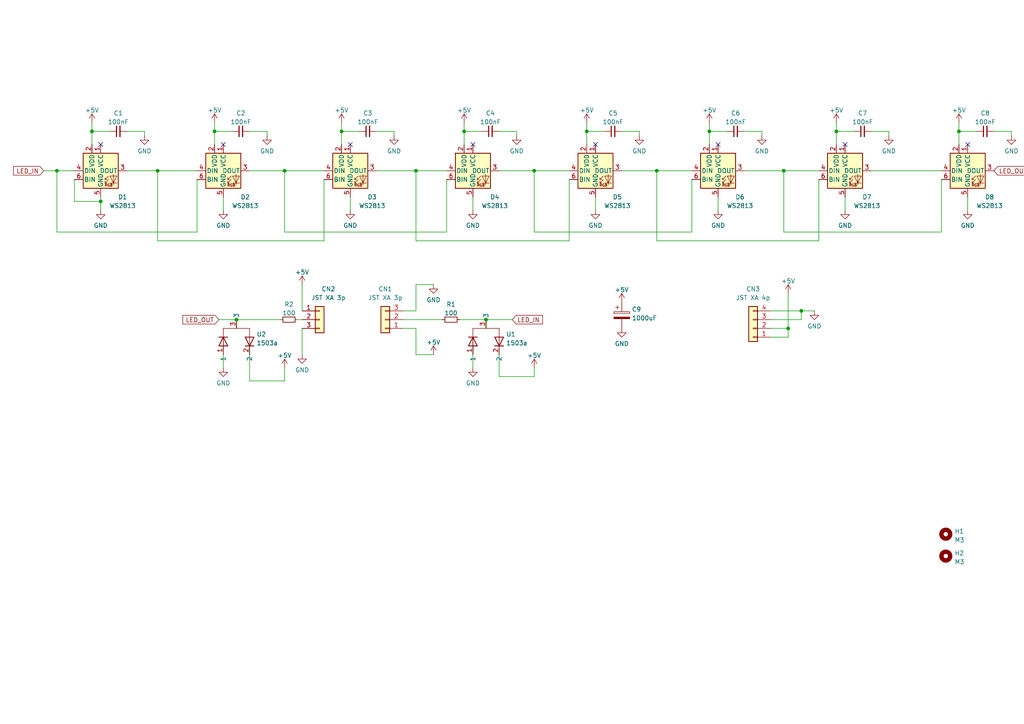
<source format=kicad_sch>
(kicad_sch (version 20211123) (generator eeschema)
  (paper "A4")
  (lib_symbols
    (symbol "1503a:1503a"
      (property "Reference" "U" (at 0 0 0))
      (property "Value" "1503a" (at 0 -2.54 0))
      (symbol "1503a_0_1"
        (polyline (pts (xy 12.7 -27.94) (xy 15.24 -27.94)) (stroke (width 0.254)))
        (polyline (pts (xy 13.97 -30.48) (xy 13.97 -25.4)) (stroke (width 0.1524)))
        (polyline (pts (xy 13.97 -27.94) (xy 13.97 -31.75)) (stroke (width 0.1524)))
        (polyline (pts (xy 13.97 -25.4) (xy 21.59 -25.4)) (stroke (width 0.1524)))
        (polyline (pts (xy 20.32 -30.48) (xy 22.86 -30.48)) (stroke (width 0.254)))
        (polyline (pts (xy 21.59 -25.4) (xy 21.59 -30.48)) (stroke (width 0.1524)))
        (polyline (pts (xy 15.24 -30.48) (xy 12.7 -30.48) (xy 13.97 -27.94) (xy 15.24 -30.48)) (stroke (width 0.254)))
        (polyline (pts (xy 20.32 -27.94) (xy 22.86 -27.94) (xy 21.59 -30.48) (xy 20.32 -27.94)) (stroke (width 0.254)))
      )
      (symbol "1503a_1_1"
        (pin input line (at 13.97 -30.48 270) (length 2.54) (name "1") (number "1"))
        (pin input line (at 21.59 -30.48 270) (length 2.54) (name "2") (number "2"))
        (pin output line (at 17.78 -25.4 90) (length 2.54) (name "3") (number "3"))
      )
    )
    (symbol "Connector_Generic:Conn_01x03" (pin_names (offset 1.016) hide)
      (property "Reference" "J" (at 0 5.08 0))
      (property "Value" "Conn_01x03" (at 0 -5.08 0))
      (symbol "Conn_01x03_1_1"
        (rectangle (start -1.27 -2.413) (end 0 -2.667) (stroke (width 0.1524)))
        (rectangle (start -1.27 0.127) (end 0 -0.127) (stroke (width 0.1524)))
        (rectangle (start -1.27 2.667) (end 0 2.413) (stroke (width 0.1524)))
        (rectangle (start -1.27 3.81) (end 1.27 -3.81) (stroke (width 0.254)) (fill (type background)))
        (pin passive line (at -5.08 2.54 0) (length 3.81) (name "Pin_1") (number "1"))
        (pin passive line (at -5.08 0 0) (length 3.81) (name "Pin_2") (number "2"))
        (pin passive line (at -5.08 -2.54 0) (length 3.81) (name "Pin_3") (number "3"))
      )
    )
    (symbol "Connector_Generic:Conn_01x04" (pin_names (offset 1.016) hide)
      (property "Reference" "J" (at 0 5.08 0))
      (property "Value" "Conn_01x04" (at 0 -7.62 0))
      (symbol "Conn_01x04_1_1"
        (rectangle (start -1.27 -4.953) (end 0 -5.207) (stroke (width 0.1524)))
        (rectangle (start -1.27 -2.413) (end 0 -2.667) (stroke (width 0.1524)))
        (rectangle (start -1.27 0.127) (end 0 -0.127) (stroke (width 0.1524)))
        (rectangle (start -1.27 2.667) (end 0 2.413) (stroke (width 0.1524)))
        (rectangle (start -1.27 3.81) (end 1.27 -6.35) (stroke (width 0.254)) (fill (type background)))
        (pin passive line (at -5.08 2.54 0) (length 3.81) (name "Pin_1") (number "1"))
        (pin passive line (at -5.08 0 0) (length 3.81) (name "Pin_2") (number "2"))
        (pin passive line (at -5.08 -2.54 0) (length 3.81) (name "Pin_3") (number "3"))
        (pin passive line (at -5.08 -5.08 0) (length 3.81) (name "Pin_4") (number "4"))
      )
    )
    (symbol "Device:C_Polarized" (pin_numbers hide) (pin_names (offset 0.254))
      (property "Reference" "C" (at 0.635 2.54 0))
      (property "Value" "C_Polarized" (at 0.635 -2.54 0))
      (symbol "C_Polarized_0_1"
        (rectangle (start -2.286 0.508) (end 2.286 1.016))
        (polyline (pts (xy -1.778 2.286) (xy -0.762 2.286)))
        (polyline (pts (xy -1.27 2.794) (xy -1.27 1.778)))
        (rectangle (start 2.286 -0.508) (end -2.286 -1.016) (fill (type outline)))
      )
      (symbol "C_Polarized_1_1"
        (pin passive line (at 0 3.81 270) (length 2.794) (name "~") (number "1"))
        (pin passive line (at 0 -3.81 90) (length 2.794) (name "~") (number "2"))
      )
    )
    (symbol "Device:C_Small" (pin_numbers hide) (pin_names (offset 0.254) hide)
      (property "Reference" "C" (at 0.254 1.778 0))
      (property "Value" "C_Small" (at 0.254 -2.032 0))
      (symbol "C_Small_0_1"
        (polyline (pts (xy -1.524 -0.508) (xy 1.524 -0.508)) (stroke (width 0.3302)))
        (polyline (pts (xy -1.524 0.508) (xy 1.524 0.508)) (stroke (width 0.3048)))
      )
      (symbol "C_Small_1_1"
        (pin passive line (at 0 2.54 270) (length 2.032) (name "~") (number "1"))
        (pin passive line (at 0 -2.54 90) (length 2.032) (name "~") (number "2"))
      )
    )
    (symbol "Device:R_Small" (pin_numbers hide) (pin_names (offset 0.254) hide)
      (property "Reference" "R" (at 0.762 0.508 0))
      (property "Value" "R_Small" (at 0.762 -1.016 0))
      (symbol "R_Small_0_1"
        (rectangle (start -0.762 1.778) (end 0.762 -1.778) (stroke (width 0.2032)))
      )
      (symbol "R_Small_1_1"
        (pin passive line (at 0 2.54 270) (length 0.762) (name "~") (number "1"))
        (pin passive line (at 0 -2.54 90) (length 0.762) (name "~") (number "2"))
      )
    )
    (symbol "LED:WS2813" (pin_names (offset 0.254))
      (property "Reference" "D" (at 5.08 5.715 0))
      (property "Value" "WS2813" (at 1.27 -5.715 0))
      (symbol "WS2813_0_0"
        (text "RGB" (at 2.286 -4.191 0) (effects (font (size 0.762 0.762))))
      )
      (symbol "WS2813_0_1"
        (polyline (pts (xy 1.27 -3.556) (xy 1.778 -3.556)))
        (polyline (pts (xy 1.27 -2.54) (xy 1.778 -2.54)))
        (polyline (pts (xy 4.699 -3.556) (xy 2.667 -3.556)))
        (polyline (pts (xy 2.286 -2.54) (xy 1.27 -3.556) (xy 1.27 -3.048)))
        (polyline (pts (xy 2.286 -1.524) (xy 1.27 -2.54) (xy 1.27 -2.032)))
        (polyline (pts (xy 3.683 -1.016) (xy 3.683 -3.556) (xy 3.683 -4.064)))
        (polyline (pts (xy 4.699 -1.524) (xy 2.667 -1.524) (xy 3.683 -3.556) (xy 4.699 -1.524)))
        (rectangle (start 5.08 5.08) (end -5.08 -5.08) (stroke (width 0.254)) (fill (type background)))
      )
      (symbol "WS2813_1_1"
        (pin power_in line (at 0 7.62 270) (length 2.54) (name "VCC") (number "1"))
        (pin power_in line (at -2.54 7.62 270) (length 2.54) (name "VDD") (number "2"))
        (pin output line (at 7.62 0 180) (length 2.54) (name "DOUT") (number "3"))
        (pin input line (at -7.62 0 0) (length 2.54) (name "DIN") (number "4"))
        (pin power_in line (at 0 -7.62 90) (length 2.54) (name "GND") (number "5"))
        (pin input line (at -7.62 -2.54 0) (length 2.54) (name "BIN") (number "6"))
      )
    )
    (symbol "Mechanical:MountingHole" (pin_names (offset 1.016))
      (property "Reference" "H" (at 0 5.08 0))
      (property "Value" "MountingHole" (at 0 3.175 0))
      (symbol "MountingHole_0_1"
        (circle (center 0 0) (radius 1.27) (stroke (width 1.27)))
      )
    )
    (symbol "power:+5V" (power) (pin_names (offset 0))
      (property "Value" "+5V" (at 0 3.556 0))
      (symbol "+5V_0_1"
        (polyline (pts (xy -0.762 1.27) (xy 0 2.54)))
        (polyline (pts (xy 0 0) (xy 0 2.54)))
        (polyline (pts (xy 0 2.54) (xy 0.762 1.27)))
      )
      (symbol "+5V_1_1"
        (pin power_in line (at 0 0 90) (length 0) hide (name "+5V") (number "1"))
      )
    )
    (symbol "power:GND" (power) (pin_names (offset 0))
      (property "Value" "GND" (at 0 -3.81 0))
      (symbol "GND_0_1"
        (polyline (pts (xy 0 0) (xy 0 -1.27) (xy 1.27 -1.27) (xy 0 -2.54) (xy -1.27 -1.27) (xy 0 -1.27)))
      )
      (symbol "GND_1_1"
        (pin power_in line (at 0 0 270) (length 0) hide (name "GND") (number "1"))
      )
    )
  )
  (junction (at 232.41 90.17))
  (junction (at 190.5 49.53))
  (junction (at 140.97 92.71))
  (junction (at 227.33 49.53))
  (junction (at 170.18 38.1))
  (junction (at 154.94 49.53))
  (junction (at 228.6 95.25))
  (junction (at 120.65 49.53))
  (junction (at 99.06 38.1))
  (junction (at 26.67 38.1))
  (junction (at 62.23 38.1))
  (junction (at 242.57 38.1))
  (junction (at 278.13 38.1))
  (junction (at 82.55 49.53))
  (junction (at 134.62 38.1))
  (junction (at 68.58 92.71))
  (junction (at 16.51 49.53))
  (junction (at 205.74 38.1))
  (junction (at 45.72 49.53))
  (junction (at 29.21 58.42))
  (no_connect (at 64.77 41.91))
  (no_connect (at 137.16 41.91))
  (no_connect (at 208.28 41.91))
  (no_connect (at 172.72 41.91))
  (no_connect (at 101.6 41.91))
  (no_connect (at 280.67 41.91))
  (no_connect (at 245.11 41.91))
  (no_connect (at 29.21 41.91))
  (wire (pts (xy 205.74 38.1) (xy 205.74 41.91)))
  (wire (pts (xy 252.73 38.1) (xy 257.81 38.1)))
  (wire (pts (xy 120.65 49.53) (xy 129.54 49.53)))
  (wire (pts (xy 45.72 69.85) (xy 93.98 69.85)))
  (wire (pts (xy 82.55 49.53) (xy 82.55 67.31)))
  (wire (pts (xy 257.81 38.1) (xy 257.81 39.37)))
  (wire (pts (xy 280.67 57.15) (xy 280.67 60.96)))
  (wire (pts (xy 144.78 109.22) (xy 154.94 109.22)))
  (wire (pts (xy 170.18 38.1) (xy 175.26 38.1)))
  (wire (pts (xy 82.55 67.31) (xy 129.54 67.31)))
  (wire (pts (xy 87.63 82.55) (xy 87.63 90.17)))
  (wire (pts (xy 45.72 49.53) (xy 45.72 69.85)))
  (wire (pts (xy 99.06 35.56) (xy 99.06 38.1)))
  (wire (pts (xy 116.84 92.71) (xy 128.27 92.71)))
  (wire (pts (xy 62.23 38.1) (xy 67.31 38.1)))
  (wire (pts (xy 190.5 49.53) (xy 190.5 69.85)))
  (wire (pts (xy 57.15 67.31) (xy 57.15 52.07)))
  (wire (pts (xy 227.33 49.53) (xy 227.33 67.31)))
  (wire (pts (xy 223.52 90.17) (xy 232.41 90.17)))
  (wire (pts (xy 114.3 38.1) (xy 114.3 39.37)))
  (wire (pts (xy 64.77 57.15) (xy 64.77 60.96)))
  (wire (pts (xy 29.21 58.42) (xy 29.21 57.15)))
  (wire (pts (xy 109.22 38.1) (xy 114.3 38.1)))
  (wire (pts (xy 242.57 38.1) (xy 247.65 38.1)))
  (wire (pts (xy 205.74 38.1) (xy 210.82 38.1)))
  (wire (pts (xy 154.94 67.31) (xy 200.66 67.31)))
  (wire (pts (xy 208.28 57.15) (xy 208.28 60.96)))
  (wire (pts (xy 29.21 60.96) (xy 29.21 58.42)))
  (wire (pts (xy 63.5 92.71) (xy 68.58 92.71)))
  (wire (pts (xy 125.73 82.55) (xy 120.65 82.55)))
  (wire (pts (xy 288.29 38.1) (xy 293.37 38.1)))
  (wire (pts (xy 220.98 38.1) (xy 220.98 39.37)))
  (wire (pts (xy 137.16 57.15) (xy 137.16 60.96)))
  (wire (pts (xy 134.62 38.1) (xy 139.7 38.1)))
  (wire (pts (xy 26.67 38.1) (xy 31.75 38.1)))
  (wire (pts (xy 36.83 49.53) (xy 45.72 49.53)))
  (wire (pts (xy 62.23 35.56) (xy 62.23 38.1)))
  (wire (pts (xy 87.63 95.25) (xy 87.63 102.87)))
  (wire (pts (xy 140.97 92.71) (xy 148.59 92.71)))
  (wire (pts (xy 144.78 49.53) (xy 154.94 49.53)))
  (wire (pts (xy 278.13 38.1) (xy 283.21 38.1)))
  (wire (pts (xy 232.41 90.17) (xy 236.22 90.17)))
  (wire (pts (xy 278.13 38.1) (xy 278.13 41.91)))
  (wire (pts (xy 101.6 57.15) (xy 101.6 60.96)))
  (wire (pts (xy 134.62 35.56) (xy 134.62 38.1)))
  (wire (pts (xy 77.47 38.1) (xy 77.47 39.37)))
  (wire (pts (xy 129.54 67.31) (xy 129.54 52.07)))
  (wire (pts (xy 36.83 38.1) (xy 41.91 38.1)))
  (wire (pts (xy 26.67 35.56) (xy 26.67 38.1)))
  (wire (pts (xy 180.34 38.1) (xy 185.42 38.1)))
  (wire (pts (xy 144.78 109.22) (xy 144.78 100.33)))
  (wire (pts (xy 140.97 92.71) (xy 140.97 95.25)))
  (wire (pts (xy 26.67 38.1) (xy 26.67 41.91)))
  (wire (pts (xy 154.94 49.53) (xy 165.1 49.53)))
  (wire (pts (xy 227.33 49.53) (xy 237.49 49.53)))
  (wire (pts (xy 172.72 57.15) (xy 172.72 60.96)))
  (wire (pts (xy 120.65 82.55) (xy 120.65 90.17)))
  (wire (pts (xy 227.33 67.31) (xy 273.05 67.31)))
  (wire (pts (xy 252.73 49.53) (xy 273.05 49.53)))
  (wire (pts (xy 16.51 49.53) (xy 21.59 49.53)))
  (wire (pts (xy 170.18 38.1) (xy 170.18 41.91)))
  (wire (pts (xy 133.35 92.71) (xy 140.97 92.71)))
  (wire (pts (xy 120.65 49.53) (xy 120.65 69.85)))
  (wire (pts (xy 215.9 38.1) (xy 220.98 38.1)))
  (wire (pts (xy 86.36 92.71) (xy 87.63 92.71)))
  (wire (pts (xy 144.78 38.1) (xy 149.86 38.1)))
  (wire (pts (xy 228.6 95.25) (xy 223.52 95.25)))
  (wire (pts (xy 273.05 67.31) (xy 273.05 52.07)))
  (wire (pts (xy 82.55 106.68) (xy 82.55 110.49)))
  (wire (pts (xy 120.65 90.17) (xy 116.84 90.17)))
  (wire (pts (xy 190.5 49.53) (xy 200.66 49.53)))
  (wire (pts (xy 72.39 110.49) (xy 72.39 100.33)))
  (wire (pts (xy 215.9 49.53) (xy 227.33 49.53)))
  (wire (pts (xy 228.6 85.09) (xy 228.6 95.25)))
  (wire (pts (xy 16.51 49.53) (xy 16.51 67.31)))
  (wire (pts (xy 205.74 35.56) (xy 205.74 38.1)))
  (wire (pts (xy 64.77 100.33) (xy 64.77 106.68)))
  (wire (pts (xy 134.62 38.1) (xy 134.62 41.91)))
  (wire (pts (xy 223.52 92.71) (xy 232.41 92.71)))
  (wire (pts (xy 68.58 92.71) (xy 68.58 95.25)))
  (wire (pts (xy 21.59 52.07) (xy 21.59 58.42)))
  (wire (pts (xy 170.18 35.56) (xy 170.18 38.1)))
  (wire (pts (xy 72.39 110.49) (xy 82.55 110.49)))
  (wire (pts (xy 242.57 38.1) (xy 242.57 41.91)))
  (wire (pts (xy 185.42 38.1) (xy 185.42 39.37)))
  (wire (pts (xy 120.65 69.85) (xy 165.1 69.85)))
  (wire (pts (xy 93.98 69.85) (xy 93.98 52.07)))
  (wire (pts (xy 120.65 95.25) (xy 120.65 102.87)))
  (wire (pts (xy 45.72 49.53) (xy 57.15 49.53)))
  (wire (pts (xy 228.6 97.79) (xy 228.6 95.25)))
  (wire (pts (xy 232.41 92.71) (xy 232.41 90.17)))
  (wire (pts (xy 165.1 69.85) (xy 165.1 52.07)))
  (wire (pts (xy 278.13 35.56) (xy 278.13 38.1)))
  (wire (pts (xy 16.51 67.31) (xy 57.15 67.31)))
  (wire (pts (xy 237.49 69.85) (xy 237.49 52.07)))
  (wire (pts (xy 190.5 69.85) (xy 237.49 69.85)))
  (wire (pts (xy 12.7 49.53) (xy 16.51 49.53)))
  (wire (pts (xy 223.52 97.79) (xy 228.6 97.79)))
  (wire (pts (xy 109.22 49.53) (xy 120.65 49.53)))
  (wire (pts (xy 120.65 95.25) (xy 116.84 95.25)))
  (wire (pts (xy 180.34 49.53) (xy 190.5 49.53)))
  (wire (pts (xy 149.86 38.1) (xy 149.86 39.37)))
  (wire (pts (xy 99.06 38.1) (xy 99.06 41.91)))
  (wire (pts (xy 242.57 35.56) (xy 242.57 38.1)))
  (wire (pts (xy 200.66 67.31) (xy 200.66 52.07)))
  (wire (pts (xy 293.37 38.1) (xy 293.37 39.37)))
  (wire (pts (xy 21.59 58.42) (xy 29.21 58.42)))
  (wire (pts (xy 82.55 49.53) (xy 93.98 49.53)))
  (wire (pts (xy 68.58 92.71) (xy 81.28 92.71)))
  (wire (pts (xy 62.23 38.1) (xy 62.23 41.91)))
  (wire (pts (xy 120.65 102.87) (xy 125.73 102.87)))
  (wire (pts (xy 245.11 57.15) (xy 245.11 60.96)))
  (wire (pts (xy 154.94 49.53) (xy 154.94 67.31)))
  (wire (pts (xy 154.94 109.22) (xy 154.94 106.68)))
  (wire (pts (xy 41.91 38.1) (xy 41.91 39.37)))
  (wire (pts (xy 72.39 49.53) (xy 82.55 49.53)))
  (wire (pts (xy 137.16 100.33) (xy 137.16 106.68)))
  (wire (pts (xy 72.39 38.1) (xy 77.47 38.1)))
  (wire (pts (xy 99.06 38.1) (xy 104.14 38.1)))
  (global_label "LED_OUT" (shape input) (at 288.29 49.53 0) (property "Intersheet References" "${INTERSHEET_REFS}" (effects hide)))
  (global_label "LED_IN" (shape input) (at 12.7 49.53 180) (property "Intersheet References" "${INTERSHEET_REFS}" (effects hide)))
  (global_label "LED_OUT" (shape input) (at 63.5 92.71 180) (property "Intersheet References" "${INTERSHEET_REFS}" (effects hide)))
  (global_label "LED_IN" (shape input) (at 148.59 92.71 0) (property "Intersheet References" "${INTERSHEET_REFS}" (effects hide)))
  (symbol (lib_id "power:+5V") (at 228.6 85.09 0) (unit 1)
    (property "Reference" "#PWR0110" (effects hide))
    (property "Value" "+5V" (at 228.6 81.5142 0))
  )
  (symbol (lib_id "Device:C_Small") (at 69.85 38.1 90) (unit 1)
    (property "Reference" "C2" (at 69.8563 32.8381 90))
    (property "Value" "100nF" (at 69.8563 35.375 90))
    (property "Footprint" "Capacitor_SMD:C_0805_2012Metric_Pad1.18x1.45mm_HandSolder" (effects hide))
  )
  (symbol (lib_id "power:GND") (at 293.37 39.37 0) (unit 1)
    (property "Reference" "#PWR0145" (effects hide))
    (property "Value" "GND" (at 293.37 43.8134 0))
  )
  (symbol (lib_id "Device:C_Small") (at 177.8 38.1 90) (unit 1)
    (property "Reference" "C5" (at 177.8063 32.8381 90))
    (property "Value" "100nF" (at 177.8063 35.375 90))
    (property "Footprint" "Capacitor_SMD:C_0805_2012Metric_Pad1.18x1.45mm_HandSolder" (effects hide))
  )
  (symbol (lib_id "power:GND") (at 220.98 39.37 0) (unit 1)
    (property "Reference" "#PWR0113" (effects hide))
    (property "Value" "GND" (at 220.98 43.8134 0))
  )
  (symbol (lib_id "power:GND") (at 114.3 39.37 0) (unit 1)
    (property "Reference" "#PWR0147" (effects hide))
    (property "Value" "GND" (at 114.3 43.8134 0))
  )
  (symbol (lib_id "Mechanical:MountingHole") (at 274.32 161.29 0) (unit 1)
    (property "Reference" "H2" (at 276.86 160.4553 0) (effects (justify left)))
    (property "Value" "M3" (at 276.86 162.9922 0) (effects (justify left)))
    (property "Footprint" "MountingHole:MountingHole_3.2mm_M3" (effects hide))
  )
  (symbol (lib_id "LED:WS2813") (at 280.67 49.53 0) (unit 1)
    (property "Reference" "D8" (at 287.02 57.15 0))
    (property "Value" "WS2813" (at 287.02 59.6869 0))
    (property "Footprint" "LED_SMD:LED_WS2812_PLCC6_5.0x5.0mm_P1.6mm" (effects hide))
    (property "Datasheet" "http://www.normandled.com/upload/201605/WS2813%20LED%20Datasheet.pdf" (effects hide))
  )
  (symbol (lib_id "Device:R_Small") (at 130.81 92.71 90) (unit 1)
    (property "Reference" "R1" (at 130.81 88.2736 90))
    (property "Value" "100" (at 130.81 90.8105 90))
    (property "Footprint" "Resistor_SMD:R_0805_2012Metric_Pad1.20x1.40mm_HandSolder" (effects hide))
  )
  (symbol (lib_id "power:+5V") (at 180.34 87.63 0) (unit 1)
    (property "Reference" "#PWR0102" (effects hide))
    (property "Value" "+5V" (at 180.34 84.0542 0))
  )
  (symbol (lib_id "power:+5V") (at 82.55 106.68 0) (unit 1)
    (property "Reference" "#PWR0105" (effects hide))
    (property "Value" "+5V" (at 82.55 103.1042 0))
  )
  (symbol (lib_id "LED:WS2813") (at 64.77 49.53 0) (unit 1)
    (property "Reference" "D2" (at 71.12 57.15 0))
    (property "Value" "WS2813" (at 71.12 59.6869 0))
    (property "Footprint" "LED_SMD:LED_WS2812_PLCC6_5.0x5.0mm_P1.6mm" (effects hide))
    (property "Datasheet" "http://www.normandled.com/upload/201605/WS2813%20LED%20Datasheet.pdf" (effects hide))
  )
  (symbol (lib_id "LED:WS2813") (at 29.21 49.53 0) (unit 1)
    (property "Reference" "D1" (at 35.56 57.15 0))
    (property "Value" "WS2813" (at 35.56 59.6869 0))
    (property "Footprint" "LED_SMD:LED_WS2812_PLCC6_5.0x5.0mm_P1.6mm" (effects hide))
    (property "Datasheet" "http://www.normandled.com/upload/201605/WS2813%20LED%20Datasheet.pdf" (effects hide))
  )
  (symbol (lib_id "Device:R_Small") (at 83.82 92.71 90) (unit 1)
    (property "Reference" "R2" (at 83.82 88.2736 90))
    (property "Value" "100" (at 83.82 90.8105 90))
    (property "Footprint" "Resistor_SMD:R_0805_2012Metric_Pad1.20x1.40mm_HandSolder" (effects hide))
  )
  (symbol (lib_id "power:+5V") (at 242.57 35.56 0) (unit 1)
    (property "Reference" "#PWR0114" (effects hide))
    (property "Value" "+5V" (at 242.57 31.9842 0))
  )
  (symbol (lib_id "power:GND") (at 137.16 60.96 0) (unit 1)
    (property "Reference" "#PWR0150" (effects hide))
    (property "Value" "GND" (at 137.16 65.4034 0))
  )
  (symbol (lib_id "power:GND") (at 149.86 39.37 0) (unit 1)
    (property "Reference" "#PWR0140" (effects hide))
    (property "Value" "GND" (at 149.86 43.8134 0))
  )
  (symbol (lib_id "Device:C_Small") (at 250.19 38.1 90) (unit 1)
    (property "Reference" "C7" (at 250.1963 32.8381 90))
    (property "Value" "100nF" (at 250.1963 35.375 90))
    (property "Footprint" "Capacitor_SMD:C_0805_2012Metric_Pad1.18x1.45mm_HandSolder" (effects hide))
  )
  (symbol (lib_id "Device:C_Small") (at 213.36 38.1 90) (unit 1)
    (property "Reference" "C6" (at 213.3663 32.8381 90))
    (property "Value" "100nF" (at 213.3663 35.375 90))
    (property "Footprint" "Capacitor_SMD:C_0805_2012Metric_Pad1.18x1.45mm_HandSolder" (effects hide))
  )
  (symbol (lib_id "Connector_Generic:Conn_01x04") (at 218.44 95.25 180) (unit 1)
    (property "Reference" "CN3" (at 218.44 83.8231 0))
    (property "Value" "JST XA 4p" (at 218.44 86.36 0))
    (property "Footprint" "Connector_JST:JST_XA_B04B-XASK-1_1x04_P2.50mm_Vertical" (effects hide))
  )
  (symbol (lib_id "LED:WS2813") (at 245.11 49.53 0) (unit 1)
    (property "Reference" "D7" (at 251.46 57.15 0))
    (property "Value" "WS2813" (at 251.46 59.6869 0))
    (property "Footprint" "LED_SMD:LED_WS2812_PLCC6_5.0x5.0mm_P1.6mm" (effects hide))
    (property "Datasheet" "http://www.normandled.com/upload/201605/WS2813%20LED%20Datasheet.pdf" (effects hide))
  )
  (symbol (lib_id "power:+5V") (at 278.13 35.56 0) (unit 1)
    (property "Reference" "#PWR0144" (effects hide))
    (property "Value" "+5V" (at 278.13 31.9842 0))
  )
  (symbol (lib_id "Connector_Generic:Conn_01x03") (at 111.76 92.71 180) (unit 1)
    (property "Reference" "CN1" (at 111.76 83.8231 0))
    (property "Value" "JST XA 3p" (at 111.76 86.36 0))
    (property "Footprint" "Connector_JST:JST_XA_B03B-XASK-1_1x03_P2.50mm_Vertical" (effects hide))
  )
  (symbol (lib_id "power:+5V") (at 205.74 35.56 0) (unit 1)
    (property "Reference" "#PWR0112" (effects hide))
    (property "Value" "+5V" (at 205.74 31.9842 0))
  )
  (symbol (lib_id "power:GND") (at 64.77 60.96 0) (unit 1)
    (property "Reference" "#PWR0153" (effects hide))
    (property "Value" "GND" (at 64.77 65.4034 0))
  )
  (symbol (lib_id "power:+5V") (at 87.63 82.55 0) (unit 1)
    (property "Reference" "#PWR0130" (effects hide))
    (property "Value" "+5V" (at 87.63 78.9742 0))
  )
  (symbol (lib_id "power:GND") (at 41.91 39.37 0) (unit 1)
    (property "Reference" "#PWR0156" (effects hide))
    (property "Value" "GND" (at 41.91 43.8134 0))
  )
  (symbol (lib_id "power:GND") (at 29.21 60.96 0) (unit 1)
    (property "Reference" "#PWR0157" (effects hide))
    (property "Value" "GND" (at 29.21 65.4034 0))
  )
  (symbol (lib_id "LED:WS2813") (at 137.16 49.53 0) (unit 1)
    (property "Reference" "D4" (at 143.51 57.15 0))
    (property "Value" "WS2813" (at 143.51 59.6869 0))
    (property "Footprint" "LED_SMD:LED_WS2812_PLCC6_5.0x5.0mm_P1.6mm" (effects hide))
    (property "Datasheet" "http://www.normandled.com/upload/201605/WS2813%20LED%20Datasheet.pdf" (effects hide))
  )
  (symbol (lib_id "power:GND") (at 245.11 60.96 0) (unit 1)
    (property "Reference" "#PWR0142" (effects hide))
    (property "Value" "GND" (at 245.11 65.4034 0))
  )
  (symbol (lib_id "LED:WS2813") (at 172.72 49.53 0) (unit 1)
    (property "Reference" "D5" (at 179.07 57.15 0))
    (property "Value" "WS2813" (at 179.07 59.6869 0))
    (property "Footprint" "LED_SMD:LED_WS2812_PLCC6_5.0x5.0mm_P1.6mm" (effects hide))
    (property "Datasheet" "http://www.normandled.com/upload/201605/WS2813%20LED%20Datasheet.pdf" (effects hide))
  )
  (symbol (lib_id "1503a:1503a") (at 50.8 69.85 0) (unit 1)
    (property "Reference" "U2" (at 74.422 96.9553 0) (effects (justify left)))
    (property "Value" "1503a" (at 74.422 99.4922 0) (effects (justify left)))
    (property "Footprint" "Package_TO_SOT_SMD:TSOT-23_HandSoldering" (effects hide))
  )
  (symbol (lib_id "power:GND") (at 236.22 90.17 0) (unit 1)
    (property "Reference" "#PWR0117" (effects hide))
    (property "Value" "GND" (at 236.22 94.6134 0))
  )
  (symbol (lib_id "power:+5V") (at 62.23 35.56 0) (unit 1)
    (property "Reference" "#PWR0152" (effects hide))
    (property "Value" "+5V" (at 62.23 31.9842 0))
  )
  (symbol (lib_id "LED:WS2813") (at 208.28 49.53 0) (unit 1)
    (property "Reference" "D6" (at 214.63 57.15 0))
    (property "Value" "WS2813" (at 214.63 59.6869 0))
    (property "Footprint" "LED_SMD:LED_WS2812_PLCC6_5.0x5.0mm_P1.6mm" (effects hide))
    (property "Datasheet" "http://www.normandled.com/upload/201605/WS2813%20LED%20Datasheet.pdf" (effects hide))
  )
  (symbol (lib_id "power:+5V") (at 170.18 35.56 0) (unit 1)
    (property "Reference" "#PWR0126" (effects hide))
    (property "Value" "+5V" (at 170.18 31.9842 0))
  )
  (symbol (lib_id "power:GND") (at 137.16 106.68 0) (unit 1)
    (property "Reference" "#PWR0104" (effects hide))
    (property "Value" "GND" (at 137.16 111.1234 0))
  )
  (symbol (lib_id "power:GND") (at 180.34 95.25 0) (unit 1)
    (property "Reference" "#PWR0101" (effects hide))
    (property "Value" "GND" (at 180.34 99.6934 0))
  )
  (symbol (lib_id "Device:C_Small") (at 285.75 38.1 90) (unit 1)
    (property "Reference" "C8" (at 285.7563 32.8381 90))
    (property "Value" "100nF" (at 285.7563 35.375 90))
    (property "Footprint" "Capacitor_SMD:C_0805_2012Metric_Pad1.18x1.45mm_HandSolder" (effects hide))
  )
  (symbol (lib_id "power:GND") (at 257.81 39.37 0) (unit 1)
    (property "Reference" "#PWR0143" (effects hide))
    (property "Value" "GND" (at 257.81 43.8134 0))
  )
  (symbol (lib_id "power:GND") (at 64.77 106.68 0) (unit 1)
    (property "Reference" "#PWR0106" (effects hide))
    (property "Value" "GND" (at 64.77 111.1234 0))
  )
  (symbol (lib_id "1503a:1503a") (at 123.19 69.85 0) (unit 1)
    (property "Reference" "U1" (at 146.812 96.9553 0) (effects (justify left)))
    (property "Value" "1503a" (at 146.812 99.4922 0) (effects (justify left)))
    (property "Footprint" "Package_TO_SOT_SMD:TSOT-23_HandSoldering" (effects hide))
  )
  (symbol (lib_id "power:+5V") (at 134.62 35.56 0) (unit 1)
    (property "Reference" "#PWR0149" (effects hide))
    (property "Value" "+5V" (at 134.62 31.9842 0))
  )
  (symbol (lib_id "power:GND") (at 87.63 102.87 0) (unit 1)
    (property "Reference" "#PWR0139" (effects hide))
    (property "Value" "GND" (at 87.63 107.3134 0))
  )
  (symbol (lib_id "power:GND") (at 172.72 60.96 0) (unit 1)
    (property "Reference" "#PWR0127" (effects hide))
    (property "Value" "GND" (at 172.72 65.4034 0))
  )
  (symbol (lib_id "power:+5V") (at 154.94 106.68 0) (unit 1)
    (property "Reference" "#PWR0103" (effects hide))
    (property "Value" "+5V" (at 154.94 103.1042 0))
  )
  (symbol (lib_id "Connector_Generic:Conn_01x03") (at 92.71 92.71 0) (unit 1)
    (property "Reference" "CN2" (at 95.25 83.82 0))
    (property "Value" "JST XA 3p" (at 95.25 86.3631 0))
    (property "Footprint" "Connector_JST:JST_XA_B03B-XASK-1_1x03_P2.50mm_Vertical" (effects hide))
  )
  (symbol (lib_id "power:+5V") (at 99.06 35.56 0) (unit 1)
    (property "Reference" "#PWR0148" (effects hide))
    (property "Value" "+5V" (at 99.06 31.9842 0))
  )
  (symbol (lib_id "LED:WS2813") (at 101.6 49.53 0) (unit 1)
    (property "Reference" "D3" (at 107.95 57.15 0))
    (property "Value" "WS2813" (at 107.95 59.6869 0))
    (property "Footprint" "LED_SMD:LED_WS2812_PLCC6_5.0x5.0mm_P1.6mm" (effects hide))
    (property "Datasheet" "http://www.normandled.com/upload/201605/WS2813%20LED%20Datasheet.pdf" (effects hide))
  )
  (symbol (lib_id "power:GND") (at 125.73 82.55 0) (unit 1)
    (property "Reference" "#PWR0124" (effects hide))
    (property "Value" "GND" (at 125.73 86.9934 0))
  )
  (symbol (lib_id "power:GND") (at 77.47 39.37 0) (unit 1)
    (property "Reference" "#PWR0154" (effects hide))
    (property "Value" "GND" (at 77.47 43.8134 0))
  )
  (symbol (lib_id "power:+5V") (at 125.73 102.87 0) (unit 1)
    (property "Reference" "#PWR0122" (effects hide))
    (property "Value" "+5V" (at 125.73 99.2942 0))
  )
  (symbol (lib_id "Mechanical:MountingHole") (at 274.32 154.94 0) (unit 1)
    (property "Reference" "H1" (at 276.86 154.1053 0) (effects (justify left)))
    (property "Value" "M3" (at 276.86 156.6422 0) (effects (justify left)))
    (property "Footprint" "MountingHole:MountingHole_3.2mm_M3" (effects hide))
  )
  (symbol (lib_id "power:GND") (at 208.28 60.96 0) (unit 1)
    (property "Reference" "#PWR0111" (effects hide))
    (property "Value" "GND" (at 208.28 65.4034 0))
  )
  (symbol (lib_id "power:GND") (at 280.67 60.96 0) (unit 1)
    (property "Reference" "#PWR0146" (effects hide))
    (property "Value" "GND" (at 280.67 65.4034 0))
  )
  (symbol (lib_id "power:+5V") (at 26.67 35.56 0) (unit 1)
    (property "Reference" "#PWR0155" (effects hide))
    (property "Value" "+5V" (at 26.67 31.9842 0))
  )
  (symbol (lib_id "power:GND") (at 101.6 60.96 0) (unit 1)
    (property "Reference" "#PWR0151" (effects hide))
    (property "Value" "GND" (at 101.6 65.4034 0))
  )
  (symbol (lib_id "power:GND") (at 185.42 39.37 0) (unit 1)
    (property "Reference" "#PWR0141" (effects hide))
    (property "Value" "GND" (at 185.42 43.8134 0))
  )
  (symbol (lib_id "Device:C_Small") (at 142.24 38.1 90) (unit 1)
    (property "Reference" "C4" (at 142.2463 32.8381 90))
    (property "Value" "100nF" (at 142.2463 35.375 90))
    (property "Footprint" "Capacitor_SMD:C_0805_2012Metric_Pad1.18x1.45mm_HandSolder" (effects hide))
  )
  (symbol (lib_id "Device:C_Small") (at 106.68 38.1 90) (unit 1)
    (property "Reference" "C3" (at 106.6863 32.8381 90))
    (property "Value" "100nF" (at 106.6863 35.375 90))
    (property "Footprint" "Capacitor_SMD:C_0805_2012Metric_Pad1.18x1.45mm_HandSolder" (effects hide))
  )
  (symbol (lib_id "Device:C_Small") (at 34.29 38.1 90) (unit 1)
    (property "Reference" "C1" (at 34.2963 32.8381 90))
    (property "Value" "100nF" (at 34.2963 35.375 90))
    (property "Footprint" "Capacitor_SMD:C_0805_2012Metric_Pad1.18x1.45mm_HandSolder" (effects hide))
  )
  (symbol (lib_id "Device:C_Polarized") (at 180.34 91.44 0) (unit 1)
    (property "Reference" "C9" (at 183.261 89.7163 0) (effects (justify left)))
    (property "Value" "1000uF" (at 183.261 92.2532 0) (effects (justify left)))
    (property "Footprint" "Capacitor_THT:CP_Radial_D5.0mm_P2.50mm" (effects hide))
  )
)
</source>
